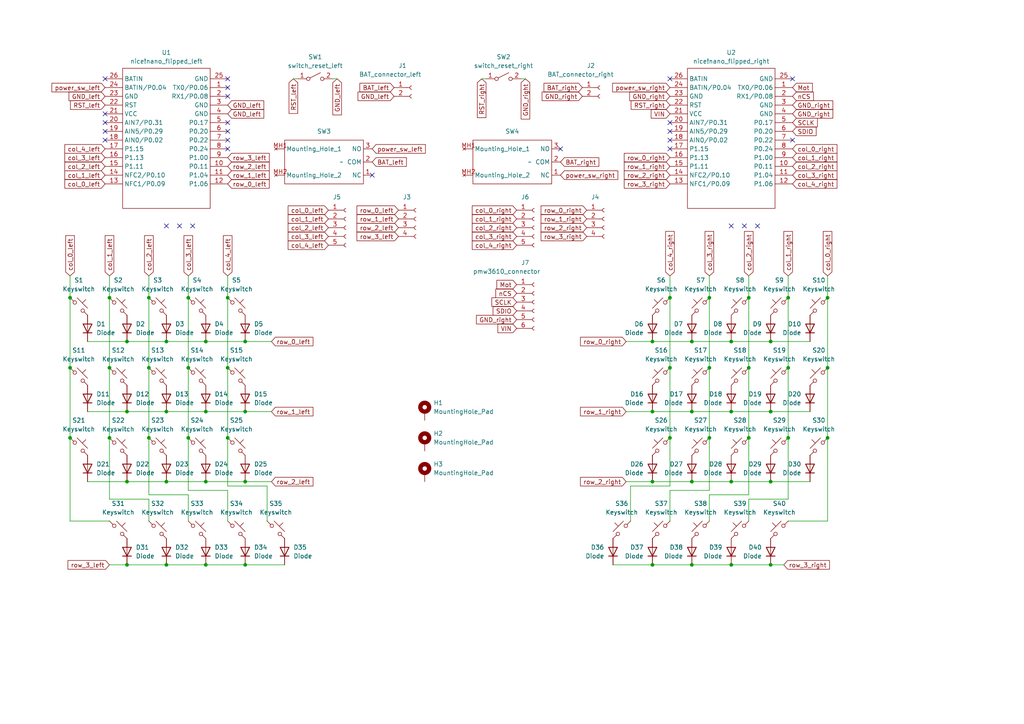
<source format=kicad_sch>
(kicad_sch (version 20230121) (generator eeschema)
  (paper "A4")
  (lib_symbols
    (symbol "Connector:Conn_01x02_Female" (pin_names (offset 1.016) hide)
      (property "Reference" "J" (at 0 2.54 0))
      (property "Value" "Conn_01x02_Female" (at 0 -5.08 0))
      (symbol "Conn_01x02_Female_1_1"
        (arc (start 0 -2.032) (mid -0.5058 -2.54) (end 0 -3.048) (stroke (width 0.1524)))
        (polyline (pts (xy -1.27 -2.54) (xy -0.508 -2.54)) (stroke (width 0.1524)))
        (polyline (pts (xy -1.27 0) (xy -0.508 0)) (stroke (width 0.1524)))
        (arc (start 0 0.508) (mid -0.5058 0) (end 0 -0.508) (stroke (width 0.1524)))
        (pin passive line (at -5.08 0 0) (length 3.81) (name "Pin_1") (number "1"))
        (pin passive line (at -5.08 -2.54 0) (length 3.81) (name "Pin_2") (number "2"))
      )
    )
    (symbol "Connector:Conn_01x04_Socket" (pin_names (offset 1.016) hide)
      (property "Reference" "J" (at 0 5.08 0))
      (property "Value" "Conn_01x04_Socket" (at 0 -7.62 0))
      (symbol "Conn_01x04_Socket_1_1"
        (arc (start 0 -4.572) (mid -0.5058 -5.08) (end 0 -5.588) (stroke (width 0.1524)))
        (arc (start 0 -2.032) (mid -0.5058 -2.54) (end 0 -3.048) (stroke (width 0.1524)))
        (polyline (pts (xy -1.27 -5.08) (xy -0.508 -5.08)) (stroke (width 0.1524)))
        (polyline (pts (xy -1.27 -2.54) (xy -0.508 -2.54)) (stroke (width 0.1524)))
        (polyline (pts (xy -1.27 0) (xy -0.508 0)) (stroke (width 0.1524)))
        (polyline (pts (xy -1.27 2.54) (xy -0.508 2.54)) (stroke (width 0.1524)))
        (arc (start 0 0.508) (mid -0.5058 0) (end 0 -0.508) (stroke (width 0.1524)))
        (arc (start 0 3.048) (mid -0.5058 2.54) (end 0 2.032) (stroke (width 0.1524)))
        (pin passive line (at -5.08 2.54 0) (length 3.81) (name "Pin_1") (number "1"))
        (pin passive line (at -5.08 0 0) (length 3.81) (name "Pin_2") (number "2"))
        (pin passive line (at -5.08 -2.54 0) (length 3.81) (name "Pin_3") (number "3"))
        (pin passive line (at -5.08 -5.08 0) (length 3.81) (name "Pin_4") (number "4"))
      )
    )
    (symbol "Connector:Conn_01x05_Female" (pin_names (offset 1.016) hide)
      (property "Reference" "J" (at 0 7.62 0))
      (property "Value" "Conn_01x05_Female" (at 0 -7.62 0))
      (symbol "Conn_01x05_Female_1_1"
        (arc (start 0 -4.572) (mid -0.5058 -5.08) (end 0 -5.588) (stroke (width 0.1524)))
        (arc (start 0 -2.032) (mid -0.5058 -2.54) (end 0 -3.048) (stroke (width 0.1524)))
        (polyline (pts (xy -1.27 -5.08) (xy -0.508 -5.08)) (stroke (width 0.1524)))
        (polyline (pts (xy -1.27 -2.54) (xy -0.508 -2.54)) (stroke (width 0.1524)))
        (polyline (pts (xy -1.27 0) (xy -0.508 0)) (stroke (width 0.1524)))
        (polyline (pts (xy -1.27 2.54) (xy -0.508 2.54)) (stroke (width 0.1524)))
        (polyline (pts (xy -1.27 5.08) (xy -0.508 5.08)) (stroke (width 0.1524)))
        (arc (start 0 0.508) (mid -0.5058 0) (end 0 -0.508) (stroke (width 0.1524)))
        (arc (start 0 3.048) (mid -0.5058 2.54) (end 0 2.032) (stroke (width 0.1524)))
        (arc (start 0 5.588) (mid -0.5058 5.08) (end 0 4.572) (stroke (width 0.1524)))
        (pin passive line (at -5.08 5.08 0) (length 3.81) (name "Pin_1") (number "1"))
        (pin passive line (at -5.08 2.54 0) (length 3.81) (name "Pin_2") (number "2"))
        (pin passive line (at -5.08 0 0) (length 3.81) (name "Pin_3") (number "3"))
        (pin passive line (at -5.08 -2.54 0) (length 3.81) (name "Pin_4") (number "4"))
        (pin passive line (at -5.08 -5.08 0) (length 3.81) (name "Pin_5") (number "5"))
      )
    )
    (symbol "Connector:Conn_01x06_Socket" (pin_names (offset 1.016) hide)
      (property "Reference" "J" (at 0 7.62 0))
      (property "Value" "Conn_01x06_Socket" (at 0 -10.16 0))
      (symbol "Conn_01x06_Socket_1_1"
        (arc (start 0 -7.112) (mid -0.5058 -7.62) (end 0 -8.128) (stroke (width 0.1524)))
        (arc (start 0 -4.572) (mid -0.5058 -5.08) (end 0 -5.588) (stroke (width 0.1524)))
        (arc (start 0 -2.032) (mid -0.5058 -2.54) (end 0 -3.048) (stroke (width 0.1524)))
        (polyline (pts (xy -1.27 -7.62) (xy -0.508 -7.62)) (stroke (width 0.1524)))
        (polyline (pts (xy -1.27 -5.08) (xy -0.508 -5.08)) (stroke (width 0.1524)))
        (polyline (pts (xy -1.27 -2.54) (xy -0.508 -2.54)) (stroke (width 0.1524)))
        (polyline (pts (xy -1.27 0) (xy -0.508 0)) (stroke (width 0.1524)))
        (polyline (pts (xy -1.27 2.54) (xy -0.508 2.54)) (stroke (width 0.1524)))
        (polyline (pts (xy -1.27 5.08) (xy -0.508 5.08)) (stroke (width 0.1524)))
        (arc (start 0 0.508) (mid -0.5058 0) (end 0 -0.508) (stroke (width 0.1524)))
        (arc (start 0 3.048) (mid -0.5058 2.54) (end 0 2.032) (stroke (width 0.1524)))
        (arc (start 0 5.588) (mid -0.5058 5.08) (end 0 4.572) (stroke (width 0.1524)))
        (pin passive line (at -5.08 5.08 0) (length 3.81) (name "Pin_1") (number "1"))
        (pin passive line (at -5.08 2.54 0) (length 3.81) (name "Pin_2") (number "2"))
        (pin passive line (at -5.08 0 0) (length 3.81) (name "Pin_3") (number "3"))
        (pin passive line (at -5.08 -2.54 0) (length 3.81) (name "Pin_4") (number "4"))
        (pin passive line (at -5.08 -5.08 0) (length 3.81) (name "Pin_5") (number "5"))
        (pin passive line (at -5.08 -7.62 0) (length 3.81) (name "Pin_6") (number "6"))
      )
    )
    (symbol "Mechanical:MountingHole_Pad" (pin_numbers hide) (pin_names (offset 1.016) hide)
      (property "Reference" "H" (at 0 6.35 0))
      (property "Value" "MountingHole_Pad" (at 0 4.445 0))
      (symbol "MountingHole_Pad_0_1"
        (circle (center 0 1.27) (radius 1.27) (stroke (width 1.27)))
      )
      (symbol "MountingHole_Pad_1_1"
        (pin input line (at 0 -2.54 90) (length 2.54) (name "1") (number "1"))
      )
    )
    (symbol "Scottokeeb:Placeholder_Diode" (pin_numbers hide) (pin_names hide)
      (property "Reference" "D" (at 0 2.54 0))
      (property "Value" "Diode" (at 0 -2.54 0))
      (symbol "Placeholder_Diode_0_1"
        (polyline (pts (xy -1.27 1.27) (xy -1.27 -1.27)) (stroke (width 0.254)))
        (polyline (pts (xy 1.27 0) (xy -1.27 0)))
        (polyline (pts (xy 1.27 1.27) (xy 1.27 -1.27) (xy -1.27 0) (xy 1.27 1.27)) (stroke (width 0.254)))
      )
      (symbol "Placeholder_Diode_1_1"
        (pin passive line (at -3.81 0 0) (length 2.54) (name "K") (number "1"))
        (pin passive line (at 3.81 0 180) (length 2.54) (name "A") (number "2"))
      )
    )
    (symbol "Scottokeeb:Placeholder_Keyswitch" (pin_numbers hide) (pin_names (offset 1.016) hide)
      (property "Reference" "S" (at 3.048 1.016 0))
      (property "Value" "Keyswitch" (at 0 -3.81 0))
      (symbol "Placeholder_Keyswitch_0_1"
        (circle (center -1.1684 1.1684) (radius 0.508))
        (polyline (pts (xy -0.508 2.54) (xy 2.54 -0.508)))
        (polyline (pts (xy 1.016 1.016) (xy 2.032 2.032)))
        (polyline (pts (xy -2.54 2.54) (xy -1.524 1.524) (xy -1.524 1.524)))
        (polyline (pts (xy 1.524 -1.524) (xy 2.54 -2.54) (xy 2.54 -2.54) (xy 2.54 -2.54)))
        (circle (center 1.143 -1.1938) (radius 0.508))
        (pin passive line (at -2.54 2.54 0) (length 0) (name "1") (number "1"))
        (pin passive line (at 2.54 -2.54 180) (length 0) (name "2") (number "2"))
      )
    )
    (symbol "Switch:SW_SPST" (pin_names (offset 0) hide)
      (property "Reference" "SW" (at 0 3.175 0))
      (property "Value" "SW_SPST" (at 0 -2.54 0))
      (symbol "SW_SPST_0_0"
        (circle (center -2.032 0) (radius 0.508))
        (polyline (pts (xy -1.524 0.254) (xy 1.524 1.778)))
        (circle (center 2.032 0) (radius 0.508))
      )
      (symbol "SW_SPST_1_1"
        (pin passive line (at -5.08 0 0) (length 2.54) (name "A") (number "1"))
        (pin passive line (at 5.08 0 180) (length 2.54) (name "B") (number "2"))
      )
    )
    (symbol "components:200AWMSP2T2A1M6RE"
      (property "Reference" "SW" (at -1.27 0 0))
      (symbol "200AWMSP2T2A1M6RE_0_1"
        (rectangle (start -11.43 6.35) (end 11.43 -6.35))
      )
      (symbol "200AWMSP2T2A1M6RE_1_1"
        (pin bidirectional line (at 13.97 -3.81 180) (length 2.54) (name "NC") (number "1"))
        (pin bidirectional line (at 13.97 0 180) (length 2.54) (name "COM") (number "2"))
        (pin bidirectional line (at 13.97 3.81 180) (length 2.54) (name "NO") (number "3"))
        (pin no_connect line (at -13.97 3.81 0) (length 2.54) (name "Mounting_Hole_1") (number "MH1"))
        (pin no_connect line (at -13.97 -3.81 0) (length 2.54) (name "Mounting_Hole_2") (number "MH2"))
      )
    )
    (symbol "components:Pro_Micro_nRF52840_flip"
      (property "Reference" "U" (at 0 24.638 0))
      (property "Value" "Pro_Micro_nRF58240_flip" (at 0 22.352 0))
      (symbol "Pro_Micro_nRF52840_flip_0_1"
        (rectangle (start -12.7 -19.812) (end 12.7 20.828))
      )
      (symbol "Pro_Micro_nRF52840_flip_1_1"
        (pin input line (at 17.78 15.24 180) (length 5.08) (name "TX0/P0.06") (number "1"))
        (pin input line (at 17.78 -7.62 180) (length 5.08) (name "P0.11") (number "10"))
        (pin input line (at 17.78 -10.16 180) (length 5.08) (name "P1.04") (number "11"))
        (pin input line (at 17.78 -12.7 180) (length 5.08) (name "P1.06") (number "12"))
        (pin input line (at -17.78 -12.7 0) (length 5.08) (name "NFC1/P0.09") (number "13"))
        (pin input line (at -17.78 -10.16 0) (length 5.08) (name "NFC2/P0.10") (number "14"))
        (pin input line (at -17.78 -7.62 0) (length 5.08) (name "P1.11") (number "15"))
        (pin input line (at -17.78 -5.08 0) (length 5.08) (name "P1.13") (number "16"))
        (pin input line (at -17.78 -2.54 0) (length 5.08) (name "P1.15") (number "17"))
        (pin input line (at -17.78 0 0) (length 5.08) (name "AIN0/P0.02") (number "18"))
        (pin input line (at -17.78 2.54 0) (length 5.08) (name "AIN5/P0.29") (number "19"))
        (pin bidirectional line (at 17.78 12.7 180) (length 5.08) (name "RX1/P0.08") (number "2"))
        (pin input line (at -17.78 5.08 0) (length 5.08) (name "AIN7/P0.31") (number "20"))
        (pin power_out line (at -17.78 7.62 0) (length 5.08) (name "VCC") (number "21"))
        (pin input line (at -17.78 10.16 0) (length 5.08) (name "RST") (number "22"))
        (pin input line (at -17.78 12.7 0) (length 5.08) (name "GND") (number "23"))
        (pin power_in line (at -17.78 15.24 0) (length 5.08) (name "BATIN/P0.04") (number "24"))
        (pin input line (at 17.78 17.78 180) (length 5.08) (name "GND") (number "25"))
        (pin power_in line (at -17.78 17.78 0) (length 5.08) (name "BATIN") (number "26"))
        (pin input line (at 17.78 10.16 180) (length 5.08) (name "GND") (number "3"))
        (pin input line (at 7.62 -24.892 90) (length 5.08) hide (name "P1.01") (number "31"))
        (pin input line (at 3.81 -24.892 90) (length 5.08) hide (name "P1.02") (number "32"))
        (pin input line (at 0 -24.892 90) (length 5.08) hide (name "P1.07") (number "33"))
        (pin input line (at 17.78 7.62 180) (length 5.08) (name "GND") (number "4"))
        (pin input line (at 17.78 5.08 180) (length 5.08) (name "P0.17") (number "5"))
        (pin input line (at 17.78 2.54 180) (length 5.08) (name "P0.20") (number "6"))
        (pin input line (at 17.78 0 180) (length 5.08) (name "P0.22") (number "7"))
        (pin input line (at 17.78 -2.54 180) (length 5.08) (name "P0.24") (number "8"))
        (pin input line (at 17.78 -5.08 180) (length 5.08) (name "P1.00") (number "9"))
      )
    )
  )
  (junction (at 205.74 86.36))
  (junction (at 48.26 99.06))
  (junction (at 223.52 99.06))
  (junction (at 36.83 99.06))
  (junction (at 59.69 163.83))
  (junction (at 200.66 99.06))
  (junction (at 66.04 127))
  (junction (at 54.61 127))
  (junction (at 223.52 119.38))
  (junction (at 54.61 86.36))
  (junction (at 20.32 86.36))
  (junction (at 59.69 99.06))
  (junction (at 194.31 106.68))
  (junction (at 48.26 119.38))
  (junction (at 31.75 106.68))
  (junction (at 228.6 106.68))
  (junction (at 240.03 127))
  (junction (at 54.61 106.68))
  (junction (at 194.31 127))
  (junction (at 240.03 86.36))
  (junction (at 217.17 106.68))
  (junction (at 200.66 163.83))
  (junction (at 71.12 99.06))
  (junction (at 66.04 86.36))
  (junction (at 189.23 119.38))
  (junction (at 36.83 163.83))
  (junction (at 20.32 106.68))
  (junction (at 212.09 99.06))
  (junction (at 228.6 127))
  (junction (at 189.23 139.7))
  (junction (at 36.83 139.7))
  (junction (at 200.66 139.7))
  (junction (at 212.09 163.83))
  (junction (at 212.09 139.7))
  (junction (at 59.69 119.38))
  (junction (at 223.52 139.7))
  (junction (at 43.18 86.36))
  (junction (at 31.75 127))
  (junction (at 20.32 127))
  (junction (at 217.17 127))
  (junction (at 205.74 106.68))
  (junction (at 71.12 163.83))
  (junction (at 71.12 139.7))
  (junction (at 59.69 139.7))
  (junction (at 48.26 163.83))
  (junction (at 200.66 119.38))
  (junction (at 223.52 163.83))
  (junction (at 189.23 163.83))
  (junction (at 48.26 139.7))
  (junction (at 240.03 106.68))
  (junction (at 31.75 86.36))
  (junction (at 36.83 119.38))
  (junction (at 205.74 127))
  (junction (at 71.12 119.38))
  (junction (at 66.04 106.68))
  (junction (at 43.18 106.68))
  (junction (at 189.23 99.06))
  (junction (at 217.17 86.36))
  (junction (at 212.09 119.38))
  (junction (at 43.18 127))
  (junction (at 194.31 86.36))
  (junction (at 228.6 86.36))
  (no_connect (at 66.04 22.86))
  (no_connect (at 66.04 40.64))
  (no_connect (at 66.04 38.1))
  (no_connect (at 66.04 27.94))
  (no_connect (at 107.95 50.8))
  (no_connect (at 194.31 35.56))
  (no_connect (at 30.48 35.56))
  (no_connect (at 30.48 38.1))
  (no_connect (at 194.31 22.86))
  (no_connect (at 194.31 40.64))
  (no_connect (at 30.48 40.64))
  (no_connect (at 52.07 65.532))
  (no_connect (at 30.48 33.02))
  (no_connect (at 194.31 43.18))
  (no_connect (at 194.31 38.1))
  (no_connect (at 229.87 40.64))
  (no_connect (at 162.56 43.18))
  (no_connect (at 66.04 25.4))
  (no_connect (at 55.88 65.532))
  (no_connect (at 229.87 22.86))
  (no_connect (at 66.04 35.56))
  (no_connect (at 66.04 43.18))
  (no_connect (at 30.48 22.86))
  (no_connect (at 48.26 65.532))
  (no_connect (at 219.71 65.532))
  (no_connect (at 215.9 65.532))
  (no_connect (at 212.09 65.532))
  (wire (pts (xy 43.18 143.51) (xy 54.61 143.51)))
  (wire (pts (xy 85.09 22.86) (xy 86.36 22.86)))
  (wire (pts (xy 212.09 119.38) (xy 223.52 119.38)))
  (wire (pts (xy 151.13 22.86) (xy 152.4 22.86)))
  (wire (pts (xy 205.74 143.51) (xy 205.74 151.13)))
  (wire (pts (xy 36.83 99.06) (xy 48.26 99.06)))
  (wire (pts (xy 240.03 151.13) (xy 228.6 151.13)))
  (wire (pts (xy 66.04 142.24) (xy 66.04 151.13)))
  (wire (pts (xy 71.12 119.38) (xy 78.74 119.38)))
  (wire (pts (xy 66.04 80.01) (xy 66.04 86.36)))
  (wire (pts (xy 31.75 163.83) (xy 36.83 163.83)))
  (wire (pts (xy 25.4 99.06) (xy 36.83 99.06)))
  (wire (pts (xy 228.6 106.68) (xy 228.6 127)))
  (wire (pts (xy 223.52 119.38) (xy 234.95 119.38)))
  (wire (pts (xy 20.32 127) (xy 20.32 151.13)))
  (wire (pts (xy 139.7 22.86) (xy 140.97 22.86)))
  (wire (pts (xy 194.31 86.36) (xy 194.31 106.68)))
  (wire (pts (xy 71.12 139.7) (xy 78.74 139.7)))
  (wire (pts (xy 31.75 127) (xy 31.75 144.78)))
  (wire (pts (xy 36.83 139.7) (xy 48.26 139.7)))
  (wire (pts (xy 71.12 163.83) (xy 82.55 163.83)))
  (wire (pts (xy 66.04 86.36) (xy 66.04 106.68)))
  (wire (pts (xy 36.83 163.83) (xy 48.26 163.83)))
  (wire (pts (xy 240.03 127) (xy 240.03 151.13)))
  (wire (pts (xy 240.03 106.68) (xy 240.03 127)))
  (wire (pts (xy 217.17 127) (xy 217.17 143.51)))
  (wire (pts (xy 71.12 99.06) (xy 78.74 99.06)))
  (wire (pts (xy 59.69 139.7) (xy 71.12 139.7)))
  (wire (pts (xy 205.74 80.01) (xy 205.74 86.36)))
  (wire (pts (xy 54.61 106.68) (xy 54.61 127)))
  (wire (pts (xy 43.18 80.01) (xy 43.18 86.36)))
  (wire (pts (xy 223.52 163.83) (xy 227.33 163.83)))
  (wire (pts (xy 228.6 86.36) (xy 228.6 106.68)))
  (wire (pts (xy 182.88 140.97) (xy 182.88 151.13)))
  (wire (pts (xy 212.09 139.7) (xy 223.52 139.7)))
  (wire (pts (xy 200.66 119.38) (xy 212.09 119.38)))
  (wire (pts (xy 240.03 80.01) (xy 240.03 86.36)))
  (wire (pts (xy 54.61 127) (xy 54.61 142.24)))
  (wire (pts (xy 54.61 143.51) (xy 54.61 151.13)))
  (wire (pts (xy 54.61 86.36) (xy 54.61 106.68)))
  (wire (pts (xy 200.66 139.7) (xy 212.09 139.7)))
  (wire (pts (xy 43.18 86.36) (xy 43.18 106.68)))
  (wire (pts (xy 228.6 144.78) (xy 217.17 144.78)))
  (wire (pts (xy 31.75 80.01) (xy 31.75 86.36)))
  (wire (pts (xy 54.61 142.24) (xy 66.04 142.24)))
  (wire (pts (xy 194.31 142.24) (xy 194.31 151.13)))
  (wire (pts (xy 66.04 140.97) (xy 77.47 140.97)))
  (wire (pts (xy 48.26 139.7) (xy 59.69 139.7)))
  (wire (pts (xy 54.61 80.01) (xy 54.61 86.36)))
  (wire (pts (xy 217.17 106.68) (xy 217.17 127)))
  (wire (pts (xy 59.69 119.38) (xy 71.12 119.38)))
  (wire (pts (xy 217.17 143.51) (xy 205.74 143.51)))
  (wire (pts (xy 25.4 119.38) (xy 36.83 119.38)))
  (wire (pts (xy 240.03 86.36) (xy 240.03 106.68)))
  (wire (pts (xy 181.61 99.06) (xy 189.23 99.06)))
  (wire (pts (xy 181.61 119.38) (xy 189.23 119.38)))
  (wire (pts (xy 77.47 140.97) (xy 77.47 151.13)))
  (wire (pts (xy 217.17 144.78) (xy 217.17 151.13)))
  (wire (pts (xy 189.23 139.7) (xy 200.66 139.7)))
  (wire (pts (xy 194.31 127) (xy 194.31 140.97)))
  (wire (pts (xy 31.75 86.36) (xy 31.75 106.68)))
  (wire (pts (xy 66.04 127) (xy 66.04 140.97)))
  (wire (pts (xy 48.26 119.38) (xy 59.69 119.38)))
  (wire (pts (xy 189.23 99.06) (xy 200.66 99.06)))
  (wire (pts (xy 20.32 106.68) (xy 20.32 127)))
  (wire (pts (xy 212.09 163.83) (xy 223.52 163.83)))
  (wire (pts (xy 194.31 80.01) (xy 194.31 86.36)))
  (wire (pts (xy 228.6 127) (xy 228.6 144.78)))
  (wire (pts (xy 205.74 127) (xy 205.74 142.24)))
  (wire (pts (xy 59.69 163.83) (xy 71.12 163.83)))
  (wire (pts (xy 48.26 99.06) (xy 59.69 99.06)))
  (wire (pts (xy 20.32 151.13) (xy 31.75 151.13)))
  (wire (pts (xy 31.75 144.78) (xy 43.18 144.78)))
  (wire (pts (xy 217.17 86.36) (xy 217.17 106.68)))
  (wire (pts (xy 177.8 163.83) (xy 189.23 163.83)))
  (wire (pts (xy 194.31 106.68) (xy 194.31 127)))
  (wire (pts (xy 205.74 86.36) (xy 205.74 106.68)))
  (wire (pts (xy 20.32 86.36) (xy 20.32 106.68)))
  (wire (pts (xy 48.26 163.83) (xy 59.69 163.83)))
  (wire (pts (xy 36.83 119.38) (xy 48.26 119.38)))
  (wire (pts (xy 189.23 163.83) (xy 200.66 163.83)))
  (wire (pts (xy 200.66 163.83) (xy 212.09 163.83)))
  (wire (pts (xy 205.74 106.68) (xy 205.74 127)))
  (wire (pts (xy 228.6 80.01) (xy 228.6 86.36)))
  (wire (pts (xy 59.69 99.06) (xy 71.12 99.06)))
  (wire (pts (xy 223.52 99.06) (xy 234.95 99.06)))
  (wire (pts (xy 223.52 139.7) (xy 234.95 139.7)))
  (wire (pts (xy 181.61 139.7) (xy 189.23 139.7)))
  (wire (pts (xy 200.66 99.06) (xy 212.09 99.06)))
  (wire (pts (xy 43.18 106.68) (xy 43.18 127)))
  (wire (pts (xy 205.74 142.24) (xy 194.31 142.24)))
  (wire (pts (xy 43.18 127) (xy 43.18 143.51)))
  (wire (pts (xy 96.52 22.86) (xy 97.79 22.86)))
  (wire (pts (xy 194.31 140.97) (xy 182.88 140.97)))
  (wire (pts (xy 43.18 144.78) (xy 43.18 151.13)))
  (wire (pts (xy 25.4 139.7) (xy 36.83 139.7)))
  (wire (pts (xy 66.04 106.68) (xy 66.04 127)))
  (wire (pts (xy 189.23 119.38) (xy 200.66 119.38)))
  (wire (pts (xy 212.09 99.06) (xy 223.52 99.06)))
  (wire (pts (xy 31.75 106.68) (xy 31.75 127)))
  (wire (pts (xy 20.32 80.01) (xy 20.32 86.36)))
  (wire (pts (xy 217.17 80.01) (xy 217.17 86.36)))
  (global_label "row_1_right" (shape input) (at 170.18 63.5 180) (property "Intersheetrefs" "${INTERSHEET_REFS}" (effects hide)))
  (global_label "RST_right" (shape input) (at 139.7 22.86 270) (property "Intersheetrefs" "${INTERSHEET_REFS}" (effects hide)))
  (global_label "row_1_right" (shape input) (at 181.61 119.38 180) (property "Intersheetrefs" "${INTERSHEET_REFS}" (effects hide)))
  (global_label "SCLK" (shape input) (at 229.87 35.56 0) (property "Intersheetrefs" "${INTERSHEET_REFS}" (effects hide)))
  (global_label "row_3_right" (shape input) (at 170.18 68.58 180) (property "Intersheetrefs" "${INTERSHEET_REFS}" (effects hide)))
  (global_label "GND_left" (shape input) (at 30.48 27.94 180) (property "Intersheetrefs" "${INTERSHEET_REFS}" (effects hide)))
  (global_label "Mot" (shape input) (at 229.87 25.4 0) (property "Intersheetrefs" "${INTERSHEET_REFS}" (effects hide)))
  (global_label "GND_left" (shape input) (at 97.79 22.86 270) (property "Intersheetrefs" "${INTERSHEET_REFS}" (effects hide)))
  (global_label "VIN" (shape input) (at 194.31 33.02 180) (property "Intersheetrefs" "${INTERSHEET_REFS}" (effects hide)))
  (global_label "col_3_left" (shape input) (at 95.25 68.58 180) (property "Intersheetrefs" "${INTERSHEET_REFS}" (effects hide)))
  (global_label "col_0_right" (shape input) (at 240.03 80.01 90) (property "Intersheetrefs" "${INTERSHEET_REFS}" (effects hide)))
  (global_label "col_2_left" (shape input) (at 95.25 66.04 180) (property "Intersheetrefs" "${INTERSHEET_REFS}" (effects hide)))
  (global_label "power_sw_left" (shape input) (at 107.95 43.18 0) (property "Intersheetrefs" "${INTERSHEET_REFS}" (effects hide)))
  (global_label "col_2_right" (shape input) (at 229.87 48.26 0) (property "Intersheetrefs" "${INTERSHEET_REFS}" (effects hide)))
  (global_label "col_0_right" (shape input) (at 229.87 43.18 0) (property "Intersheetrefs" "${INTERSHEET_REFS}" (effects hide)))
  (global_label "col_4_left" (shape input) (at 66.04 80.01 90) (property "Intersheetrefs" "${INTERSHEET_REFS}" (effects hide)))
  (global_label "row_3_left" (shape input) (at 115.57 68.58 180) (property "Intersheetrefs" "${INTERSHEET_REFS}" (effects hide)))
  (global_label "col_4_right" (shape input) (at 194.31 80.01 90) (property "Intersheetrefs" "${INTERSHEET_REFS}" (effects hide)))
  (global_label "col_4_right" (shape input) (at 149.86 71.12 180) (property "Intersheetrefs" "${INTERSHEET_REFS}" (effects hide)))
  (global_label "col_0_left" (shape input) (at 30.48 53.34 180) (property "Intersheetrefs" "${INTERSHEET_REFS}" (effects hide)))
  (global_label "row_1_left" (shape input) (at 66.04 50.8 0) (property "Intersheetrefs" "${INTERSHEET_REFS}" (effects hide)))
  (global_label "row_3_right" (shape input) (at 227.33 163.83 0) (property "Intersheetrefs" "${INTERSHEET_REFS}" (effects hide)))
  (global_label "col_0_left" (shape input) (at 95.25 60.96 180) (property "Intersheetrefs" "${INTERSHEET_REFS}" (effects hide)))
  (global_label "row_1_left" (shape input) (at 115.57 63.5 180) (property "Intersheetrefs" "${INTERSHEET_REFS}" (effects hide)))
  (global_label "GND_right" (shape input) (at 229.87 33.02 0) (property "Intersheetrefs" "${INTERSHEET_REFS}" (effects hide)))
  (global_label "col_4_left" (shape input) (at 95.25 71.12 180) (property "Intersheetrefs" "${INTERSHEET_REFS}" (effects hide)))
  (global_label "col_3_right" (shape input) (at 149.86 68.58 180) (property "Intersheetrefs" "${INTERSHEET_REFS}" (effects hide)))
  (global_label "col_3_left" (shape input) (at 30.48 45.72 180) (property "Intersheetrefs" "${INTERSHEET_REFS}" (effects hide)))
  (global_label "SDIO" (shape input) (at 149.86 90.17 180) (property "Intersheetrefs" "${INTERSHEET_REFS}" (effects hide)))
  (global_label "nCS" (shape input) (at 229.87 27.94 0) (property "Intersheetrefs" "${INTERSHEET_REFS}" (effects hide)))
  (global_label "col_0_right" (shape input) (at 149.86 60.96 180) (property "Intersheetrefs" "${INTERSHEET_REFS}" (effects hide)))
  (global_label "row_0_right" (shape input) (at 170.18 60.96 180) (property "Intersheetrefs" "${INTERSHEET_REFS}" (effects hide)))
  (global_label "GND_left" (shape input) (at 66.04 33.02 0) (property "Intersheetrefs" "${INTERSHEET_REFS}" (effects hide)))
  (global_label "power_sw_left" (shape input) (at 30.48 25.4 180) (property "Intersheetrefs" "${INTERSHEET_REFS}" (effects hide)))
  (global_label "GND_right" (shape input) (at 149.86 92.71 180) (property "Intersheetrefs" "${INTERSHEET_REFS}" (effects hide)))
  (global_label "SCLK" (shape input) (at 149.86 87.63 180) (property "Intersheetrefs" "${INTERSHEET_REFS}" (effects hide)))
  (global_label "col_1_right" (shape input) (at 229.87 45.72 0) (property "Intersheetrefs" "${INTERSHEET_REFS}" (effects hide)))
  (global_label "row_0_right" (shape input) (at 194.31 45.72 180) (property "Intersheetrefs" "${INTERSHEET_REFS}" (effects hide)))
  (global_label "row_0_left" (shape input) (at 66.04 53.34 0) (property "Intersheetrefs" "${INTERSHEET_REFS}" (effects hide)))
  (global_label "col_1_right" (shape input) (at 228.6 80.01 90) (property "Intersheetrefs" "${INTERSHEET_REFS}" (effects hide)))
  (global_label "col_4_left" (shape input) (at 30.48 43.18 180) (property "Intersheetrefs" "${INTERSHEET_REFS}" (effects hide)))
  (global_label "col_3_right" (shape input) (at 205.74 80.01 90) (property "Intersheetrefs" "${INTERSHEET_REFS}" (effects hide)))
  (global_label "VIN" (shape input) (at 149.86 95.25 180) (property "Intersheetrefs" "${INTERSHEET_REFS}" (effects hide)))
  (global_label "row_1_right" (shape input) (at 194.31 48.26 180) (property "Intersheetrefs" "${INTERSHEET_REFS}" (effects hide)))
  (global_label "Mot" (shape input) (at 149.86 82.55 180) (property "Intersheetrefs" "${INTERSHEET_REFS}" (effects hide)))
  (global_label "row_0_right" (shape input) (at 181.61 99.06 180) (property "Intersheetrefs" "${INTERSHEET_REFS}" (effects hide)))
  (global_label "GND_right" (shape input) (at 168.91 27.94 180) (property "Intersheetrefs" "${INTERSHEET_REFS}" (effects hide)))
  (global_label "row_3_left" (shape input) (at 31.75 163.83 180) (property "Intersheetrefs" "${INTERSHEET_REFS}" (effects hide)))
  (global_label "BAT_right" (shape input) (at 168.91 25.4 180) (property "Intersheetrefs" "${INTERSHEET_REFS}" (effects hide)))
  (global_label "col_3_right" (shape input) (at 229.87 50.8 0) (property "Intersheetrefs" "${INTERSHEET_REFS}" (effects hide)))
  (global_label "row_2_left" (shape input) (at 66.04 48.26 0) (property "Intersheetrefs" "${INTERSHEET_REFS}" (effects hide)))
  (global_label "GND_right" (shape input) (at 194.31 27.94 180) (property "Intersheetrefs" "${INTERSHEET_REFS}" (effects hide)))
  (global_label "col_0_left" (shape input) (at 20.32 80.01 90) (property "Intersheetrefs" "${INTERSHEET_REFS}" (effects hide)))
  (global_label "row_2_right" (shape input) (at 170.18 66.04 180) (property "Intersheetrefs" "${INTERSHEET_REFS}" (effects hide)))
  (global_label "row_2_right" (shape input) (at 194.31 50.8 180) (property "Intersheetrefs" "${INTERSHEET_REFS}" (effects hide)))
  (global_label "row_0_left" (shape input) (at 78.74 99.06 0) (property "Intersheetrefs" "${INTERSHEET_REFS}" (effects hide)))
  (global_label "row_1_left" (shape input) (at 78.74 119.38 0) (property "Intersheetrefs" "${INTERSHEET_REFS}" (effects hide)))
  (global_label "BAT_left" (shape input) (at 114.3 25.4 180) (property "Intersheetrefs" "${INTERSHEET_REFS}" (effects hide)))
  (global_label "col_3_left" (shape input) (at 54.61 80.01 90) (property "Intersheetrefs" "${INTERSHEET_REFS}" (effects hide)))
  (global_label "nCS" (shape input) (at 149.86 85.09 180) (property "Intersheetrefs" "${INTERSHEET_REFS}" (effects hide)))
  (global_label "col_2_right" (shape input) (at 217.17 80.01 90) (property "Intersheetrefs" "${INTERSHEET_REFS}" (effects hide)))
  (global_label "col_1_left" (shape input) (at 95.25 63.5 180) (property "Intersheetrefs" "${INTERSHEET_REFS}" (effects hide)))
  (global_label "GND_left" (shape input) (at 66.04 30.48 0) (property "Intersheetrefs" "${INTERSHEET_REFS}" (effects hide)))
  (global_label "power_sw_right" (shape input) (at 194.31 25.4 180) (property "Intersheetrefs" "${INTERSHEET_REFS}" (effects hide)))
  (global_label "GND_left" (shape input) (at 114.3 27.94 180) (property "Intersheetrefs" "${INTERSHEET_REFS}" (effects hide)))
  (global_label "BAT_right" (shape input) (at 162.56 46.99 0) (property "Intersheetrefs" "${INTERSHEET_REFS}" (effects hide)))
  (global_label "row_3_right" (shape input) (at 194.31 53.34 180) (property "Intersheetrefs" "${INTERSHEET_REFS}" (effects hide)))
  (global_label "col_4_right" (shape input) (at 229.87 53.34 0) (property "Intersheetrefs" "${INTERSHEET_REFS}" (effects hide)))
  (global_label "RST_left" (shape input) (at 30.48 30.48 180) (property "Intersheetrefs" "${INTERSHEET_REFS}" (effects hide)))
  (global_label "col_2_left" (shape input) (at 30.48 48.26 180) (property "Intersheetrefs" "${INTERSHEET_REFS}" (effects hide)))
  (global_label "GND_right" (shape input) (at 229.87 30.48 0) (property "Intersheetrefs" "${INTERSHEET_REFS}" (effects hide)))
  (global_label "row_0_left" (shape input) (at 115.57 60.96 180) (property "Intersheetrefs" "${INTERSHEET_REFS}" (effects hide)))
  (global_label "RST_right" (shape input) (at 194.31 30.48 180) (property "Intersheetrefs" "${INTERSHEET_REFS}" (effects hide)))
  (global_label "col_1_left" (shape input) (at 31.75 80.01 90) (property "Intersheetrefs" "${INTERSHEET_REFS}" (effects hide)))
  (global_label "col_1_right" (shape input) (at 149.86 63.5 180) (property "Intersheetrefs" "${INTERSHEET_REFS}" (effects hide)))
  (global_label "col_1_left" (shape input) (at 30.48 50.8 180) (property "Intersheetrefs" "${INTERSHEET_REFS}" (effects hide)))
  (global_label "col_2_right" (shape input) (at 149.86 66.04 180) (property "Intersheetrefs" "${INTERSHEET_REFS}" (effects hide)))
  (global_label "GND_right" (shape input) (at 152.4 22.86 270) (property "Intersheetrefs" "${INTERSHEET_REFS}" (effects hide)))
  (global_label "SDIO" (shape input) (at 229.87 38.1 0) (property "Intersheetrefs" "${INTERSHEET_REFS}" (effects hide)))
  (global_label "RST_left" (shape input) (at 85.09 22.86 270) (property "Intersheetrefs" "${INTERSHEET_REFS}" (effects hide)))
  (global_label "row_2_left" (shape input) (at 115.57 66.04 180) (property "Intersheetrefs" "${INTERSHEET_REFS}" (effects hide)))
  (global_label "row_3_left" (shape input) (at 66.04 45.72 0) (property "Intersheetrefs" "${INTERSHEET_REFS}" (effects hide)))
  (global_label "power_sw_right" (shape input) (at 162.56 50.8 0) (property "Intersheetrefs" "${INTERSHEET_REFS}" (effects hide)))
  (global_label "row_2_right" (shape input) (at 181.61 139.7 180) (property "Intersheetrefs" "${INTERSHEET_REFS}" (effects hide)))
  (global_label "row_2_left" (shape input) (at 78.74 139.7 0) (property "Intersheetrefs" "${INTERSHEET_REFS}" (effects hide)))
  (global_label "BAT_left" (shape input) (at 107.95 46.99 0) (property "Intersheetrefs" "${INTERSHEET_REFS}" (effects hide)))
  (global_label "col_2_left" (shape input) (at 43.18 80.01 90) (property "Intersheetrefs" "${INTERSHEET_REFS}" (effects hide)))
  (symbol (lib_id "Scottokeeb:Placeholder_Diode") (at 212.09 115.57 270) (mirror x) (unit 1)
    (property "Reference" "D18" (at 209.55 114.3 90) (effects (justify right)))
    (property "Value" "Diode" (at 209.55 116.84 90) (effects (justify right)))
    (property "Sim.Device" "D" (effects hide))
    (property "Sim.Pins" "1=K 2=A" (effects hide))
  )
  (symbol (lib_id "Scottokeeb:Placeholder_Keyswitch") (at 68.58 109.22 0) (unit 1)
    (property "Reference" "S15" (at 68.58 101.6 0))
    (property "Value" "Keyswitch" (at 68.58 104.14 0))
  )
  (symbol (lib_id "Scottokeeb:Placeholder_Diode") (at 48.26 160.02 90) (unit 1)
    (property "Reference" "D32" (at 50.8 158.75 90) (effects (justify right)))
    (property "Value" "Diode" (at 50.8 161.29 90) (effects (justify right)))
    (property "Sim.Device" "D" (effects hide))
    (property "Sim.Pins" "1=K 2=A" (effects hide))
  )
  (symbol (lib_id "Scottokeeb:Placeholder_Diode") (at 200.66 95.25 270) (mirror x) (unit 1)
    (property "Reference" "D7" (at 198.12 93.98 90) (effects (justify right)))
    (property "Value" "Diode" (at 198.12 96.52 90) (effects (justify right)))
    (property "Sim.Device" "D" (effects hide))
    (property "Sim.Pins" "1=K 2=A" (effects hide))
  )
  (symbol (lib_id "Connector:Conn_01x02_Female") (at 173.99 25.4 0) (unit 1)
    (property "Reference" "J2" (at 170.18 19.05 0) (effects (justify left)))
    (property "Value" "BAT_connector_right" (at 158.75 21.59 0) (effects (justify left)))
    (property "Footprint" "custom_components:JST_XH_2.54mm_vertical" (effects hide))
  )
  (symbol (lib_id "Scottokeeb:Placeholder_Keyswitch") (at 34.29 153.67 0) (unit 1)
    (property "Reference" "S31" (at 34.29 146.05 0))
    (property "Value" "Keyswitch" (at 34.29 148.59 0))
  )
  (symbol (lib_id "Scottokeeb:Placeholder_Keyswitch") (at 57.15 153.67 0) (unit 1)
    (property "Reference" "S33" (at 57.15 146.05 0))
    (property "Value" "Keyswitch" (at 57.15 148.59 0))
  )
  (symbol (lib_id "Scottokeeb:Placeholder_Keyswitch") (at 226.06 153.67 0) (mirror y) (unit 1)
    (property "Reference" "S40" (at 226.06 146.05 0))
    (property "Value" "Keyswitch" (at 226.06 148.59 0))
  )
  (symbol (lib_id "Connector:Conn_01x02_Female") (at 119.38 25.4 0) (unit 1)
    (property "Reference" "J1" (at 115.57 19.05 0) (effects (justify left)))
    (property "Value" "BAT_connector_left" (at 104.14 21.59 0) (effects (justify left)))
    (property "Footprint" "custom_components:JST_XH_2.54mm_vertical" (effects hide))
  )
  (symbol (lib_id "components:200AWMSP2T2A1M6RE") (at 148.59 46.99 0) (unit 1)
    (property "Reference" "SW4" (at 148.59 38.1 0))
    (property "Value" "~" (at 153.67 46.99 0))
    (property "Footprint" "custom_components:200AWMSP2T2A1M6RE" (effects hide))
  )
  (symbol (lib_id "Scottokeeb:Placeholder_Diode") (at 59.69 135.89 90) (unit 1)
    (property "Reference" "D24" (at 62.23 134.62 90) (effects (justify right)))
    (property "Value" "Diode" (at 62.23 137.16 90) (effects (justify right)))
    (property "Sim.Device" "D" (effects hide))
    (property "Sim.Pins" "1=K 2=A" (effects hide))
  )
  (symbol (lib_id "Scottokeeb:Placeholder_Diode") (at 234.95 115.57 270) (mirror x) (unit 1)
    (property "Reference" "D20" (at 232.41 114.3 90) (effects (justify right)))
    (property "Value" "Diode" (at 232.41 116.84 90) (effects (justify right)))
    (property "Sim.Device" "D" (effects hide))
    (property "Sim.Pins" "1=K 2=A" (effects hide))
  )
  (symbol (lib_id "Scottokeeb:Placeholder_Keyswitch") (at 214.63 88.9 0) (mirror y) (unit 1)
    (property "Reference" "S8" (at 214.63 81.28 0))
    (property "Value" "Keyswitch" (at 214.63 83.82 0))
  )
  (symbol (lib_id "Connector:Conn_01x05_Female") (at 100.33 66.04 0) (unit 1)
    (property "Reference" "J5" (at 96.52 57.15 0) (effects (justify left)))
    (property "Value" "Ribbon" (effects hide))
    (property "Footprint" "DreaM117er-keebLibrary:PinHeader_1x05_P2.54mm_Vertical" (effects hide))
  )
  (symbol (lib_id "components:200AWMSP2T2A1M6RE") (at 93.98 46.99 0) (unit 1)
    (property "Reference" "SW3" (at 93.98 38.1 0))
    (property "Value" "~" (at 99.06 46.99 0))
    (property "Footprint" "custom_components:200AWMSP2T2A1M6RE" (effects hide))
  )
  (symbol (lib_id "Switch:SW_SPST") (at 146.05 22.86 0) (unit 1)
    (property "Reference" "SW2" (at 146.05 16.51 0))
    (property "Value" "switch_reset_right" (at 146.05 19.05 0))
    (property "Footprint" "Button_Switch_SMD:SW_SPST_CK_RS282G05A3" (effects hide))
  )
  (symbol (lib_id "Scottokeeb:Placeholder_Keyswitch") (at 34.29 129.54 0) (unit 1)
    (property "Reference" "S22" (at 34.29 121.92 0))
    (property "Value" "Keyswitch" (at 34.29 124.46 0))
  )
  (symbol (lib_id "Scottokeeb:Placeholder_Keyswitch") (at 203.2 109.22 0) (mirror y) (unit 1)
    (property "Reference" "S17" (at 203.2 101.6 0))
    (property "Value" "Keyswitch" (at 203.2 104.14 0))
  )
  (symbol (lib_id "components:Pro_Micro_nRF52840_flip") (at 48.26 40.64 0) (unit 1)
    (property "Reference" "U1" (at 48.26 15.24 0))
    (property "Value" "nice!nano_flipped_left" (at 48.26 17.78 0))
    (property "Footprint" "ScottoKeebs_MCU:Arduino_Pro_Micro_Flipped" (effects hide))
    (property "Datasheet" "https://www.nologo.tech/product/otherboard/NRF52840.html" (effects hide))
  )
  (symbol (lib_id "Scottokeeb:Placeholder_Keyswitch") (at 45.72 88.9 0) (unit 1)
    (property "Reference" "S3" (at 45.72 81.28 0))
    (property "Value" "Keyswitch" (at 45.72 83.82 0))
  )
  (symbol (lib_id "Scottokeeb:Placeholder_Diode") (at 234.95 135.89 270) (mirror x) (unit 1)
    (property "Reference" "D30" (at 232.41 134.62 90) (effects (justify right)))
    (property "Value" "Diode" (at 232.41 137.16 90) (effects (justify right)))
    (property "Sim.Device" "D" (effects hide))
    (property "Sim.Pins" "1=K 2=A" (effects hide))
  )
  (symbol (lib_id "Mechanical:MountingHole_Pad") (at 123.19 128.27 0) (unit 1)
    (property "Reference" "H2" (at 125.73 125.73 0) (effects (justify left)))
    (property "Value" "MountingHole_Pad" (at 125.73 128.27 0) (effects (justify left)))
    (property "Footprint" "Panelization:mouse-bite-2mm-slot" (effects hide))
  )
  (symbol (lib_id "Connector:Conn_01x04_Socket") (at 120.65 63.5 0) (unit 1)
    (property "Reference" "J3" (at 116.84 57.15 0) (effects (justify left)))
    (property "Value" "Conn_01x04_Socket" (effects hide))
    (property "Footprint" "DreaM117er-keebLibrary:PinHeader_1x04_P2.54mm_Vertical" (effects hide))
  )
  (symbol (lib_id "Scottokeeb:Placeholder_Keyswitch") (at 180.34 153.67 0) (mirror y) (unit 1)
    (property "Reference" "S36" (at 180.34 146.05 0))
    (property "Value" "Keyswitch" (at 180.34 148.59 0))
  )
  (symbol (lib_id "Scottokeeb:Placeholder_Keyswitch") (at 45.72 129.54 0) (unit 1)
    (property "Reference" "S23" (at 45.72 121.92 0))
    (property "Value" "Keyswitch" (at 45.72 124.46 0))
  )
  (symbol (lib_id "Scottokeeb:Placeholder_Diode") (at 25.4 95.25 90) (unit 1)
    (property "Reference" "D1" (at 27.94 93.98 90) (effects (justify right)))
    (property "Value" "Diode" (at 27.94 96.52 90) (effects (justify right)))
    (property "Sim.Device" "D" (effects hide))
    (property "Sim.Pins" "1=K 2=A" (effects hide))
  )
  (symbol (lib_id "Scottokeeb:Placeholder_Diode") (at 48.26 135.89 90) (unit 1)
    (property "Reference" "D23" (at 50.8 134.62 90) (effects (justify right)))
    (property "Value" "Diode" (at 50.8 137.16 90) (effects (justify right)))
    (property "Sim.Device" "D" (effects hide))
    (property "Sim.Pins" "1=K 2=A" (effects hide))
  )
  (symbol (lib_id "Scottokeeb:Placeholder_Keyswitch") (at 68.58 129.54 0) (unit 1)
    (property "Reference" "S25" (at 68.58 121.92 0))
    (property "Value" "Keyswitch" (at 68.58 124.46 0))
  )
  (symbol (lib_id "Scottokeeb:Placeholder_Keyswitch") (at 22.86 109.22 0) (unit 1)
    (property "Reference" "S11" (at 22.86 101.6 0))
    (property "Value" "Keyswitch" (at 22.86 104.14 0))
  )
  (symbol (lib_id "Scottokeeb:Placeholder_Keyswitch") (at 191.77 88.9 0) (mirror y) (unit 1)
    (property "Reference" "S6" (at 191.77 81.28 0))
    (property "Value" "Keyswitch" (at 191.77 83.82 0))
  )
  (symbol (lib_id "Scottokeeb:Placeholder_Diode") (at 212.09 135.89 270) (mirror x) (unit 1)
    (property "Reference" "D28" (at 209.55 134.62 90) (effects (justify right)))
    (property "Value" "Diode" (at 209.55 137.16 90) (effects (justify right)))
    (property "Sim.Device" "D" (effects hide))
    (property "Sim.Pins" "1=K 2=A" (effects hide))
  )
  (symbol (lib_id "Scottokeeb:Placeholder_Diode") (at 189.23 160.02 270) (mirror x) (unit 1)
    (property "Reference" "D37" (at 186.69 158.75 90) (effects (justify right)))
    (property "Value" "Diode" (at 186.69 161.29 90) (effects (justify right)))
    (property "Sim.Device" "D" (effects hide))
    (property "Sim.Pins" "1=K 2=A" (effects hide))
  )
  (symbol (lib_id "Scottokeeb:Placeholder_Diode") (at 25.4 135.89 90) (unit 1)
    (property "Reference" "D21" (at 27.94 134.62 90) (effects (justify right)))
    (property "Value" "Diode" (at 27.94 137.16 90) (effects (justify right)))
    (property "Sim.Device" "D" (effects hide))
    (property "Sim.Pins" "1=K 2=A" (effects hide))
  )
  (symbol (lib_id "Connector:Conn_01x04_Socket") (at 175.26 63.5 0) (unit 1)
    (property "Reference" "J4" (at 171.45 57.15 0) (effects (justify left)))
    (property "Value" "Conn_01x04_Socket" (effects hide))
    (property "Footprint" "DreaM117er-keebLibrary:PinHeader_1x04_P2.54mm_Vertical" (effects hide))
  )
  (symbol (lib_id "Scottokeeb:Placeholder_Diode") (at 200.66 115.57 270) (mirror x) (unit 1)
    (property "Reference" "D17" (at 198.12 114.3 90) (effects (justify right)))
    (property "Value" "Diode" (at 198.12 116.84 90) (effects (justify right)))
    (property "Sim.Device" "D" (effects hide))
    (property "Sim.Pins" "1=K 2=A" (effects hide))
  )
  (symbol (lib_id "Scottokeeb:Placeholder_Diode") (at 25.4 115.57 90) (unit 1)
    (property "Reference" "D11" (at 27.94 114.3 90) (effects (justify right)))
    (property "Value" "Diode" (at 27.94 116.84 90) (effects (justify right)))
    (property "Sim.Device" "D" (effects hide))
    (property "Sim.Pins" "1=K 2=A" (effects hide))
  )
  (symbol (lib_id "Connector:Conn_01x06_Socket") (at 154.94 87.63 0) (unit 1)
    (property "Reference" "J7" (at 151.13 76.2 0) (effects (justify left)))
    (property "Value" "pmw3610_connector" (at 137.16 78.74 0) (effects (justify left)))
    (property "Footprint" "DreaM117er-keebLibrary:PinHeader_1x06_P2.54mm_Vertical" (effects hide))
  )
  (symbol (lib_id "Scottokeeb:Placeholder_Diode") (at 48.26 95.25 90) (unit 1)
    (property "Reference" "D3" (at 50.8 93.98 90) (effects (justify right)))
    (property "Value" "Diode" (at 50.8 96.52 90) (effects (justify right)))
    (property "Sim.Device" "D" (effects hide))
    (property "Sim.Pins" "1=K 2=A" (effects hide))
  )
  (symbol (lib_id "Scottokeeb:Placeholder_Keyswitch") (at 237.49 109.22 0) (mirror y) (unit 1)
    (property "Reference" "S20" (at 237.49 101.6 0))
    (property "Value" "Keyswitch" (at 237.49 104.14 0))
  )
  (symbol (lib_id "Scottokeeb:Placeholder_Diode") (at 234.95 95.25 270) (mirror x) (unit 1)
    (property "Reference" "D10" (at 232.41 93.98 90) (effects (justify right)))
    (property "Value" "Diode" (at 232.41 96.52 90) (effects (justify right)))
    (property "Sim.Device" "D" (effects hide))
    (property "Sim.Pins" "1=K 2=A" (effects hide))
  )
  (symbol (lib_id "Scottokeeb:Placeholder_Keyswitch") (at 45.72 153.67 0) (unit 1)
    (property "Reference" "S32" (at 45.72 146.05 0))
    (property "Value" "Keyswitch" (at 45.72 148.59 0))
  )
  (symbol (lib_id "Scottokeeb:Placeholder_Keyswitch") (at 34.29 109.22 0) (unit 1)
    (property "Reference" "S12" (at 34.29 101.6 0))
    (property "Value" "Keyswitch" (at 34.29 104.14 0))
  )
  (symbol (lib_id "Scottokeeb:Placeholder_Diode") (at 189.23 135.89 270) (mirror x) (unit 1)
    (property "Reference" "D26" (at 186.69 134.62 90) (effects (justify right)))
    (property "Value" "Diode" (at 186.69 137.16 90) (effects (justify right)))
    (property "Sim.Device" "D" (effects hide))
    (property "Sim.Pins" "1=K 2=A" (effects hide))
  )
  (symbol (lib_id "Scottokeeb:Placeholder_Keyswitch") (at 203.2 153.67 0) (mirror y) (unit 1)
    (property "Reference" "S38" (at 203.2 146.05 0))
    (property "Value" "Keyswitch" (at 203.2 148.59 0))
  )
  (symbol (lib_id "Scottokeeb:Placeholder_Keyswitch") (at 214.63 153.67 0) (mirror y) (unit 1)
    (property "Reference" "S39" (at 214.63 146.05 0))
    (property "Value" "Keyswitch" (at 214.63 148.59 0))
  )
  (symbol (lib_id "Connector:Conn_01x05_Female") (at 154.94 66.04 0) (unit 1)
    (property "Reference" "J6" (at 151.13 57.15 0) (effects (justify left)))
    (property "Value" "Ribbon" (effects hide))
    (property "Footprint" "DreaM117er-keebLibrary:PinHeader_1x05_P2.54mm_Vertical" (effects hide))
  )
  (symbol (lib_id "Scottokeeb:Placeholder_Diode") (at 82.55 160.02 90) (unit 1)
    (property "Reference" "D35" (at 85.09 158.75 90) (effects (justify right)))
    (property "Value" "Diode" (at 85.09 161.29 90) (effects (justify right)))
    (property "Sim.Device" "D" (effects hide))
    (property "Sim.Pins" "1=K 2=A" (effects hide))
  )
  (symbol (lib_id "Scottokeeb:Placeholder_Keyswitch") (at 214.63 109.22 0) (mirror y) (unit 1)
    (property "Reference" "S18" (at 214.63 101.6 0))
    (property "Value" "Keyswitch" (at 214.63 104.14 0))
  )
  (symbol (lib_id "Scottokeeb:Placeholder_Keyswitch") (at 191.77 129.54 0) (mirror y) (unit 1)
    (property "Reference" "S26" (at 191.77 121.92 0))
    (property "Value" "Keyswitch" (at 191.77 124.46 0))
  )
  (symbol (lib_id "Scottokeeb:Placeholder_Diode") (at 36.83 95.25 90) (unit 1)
    (property "Reference" "D2" (at 39.37 93.98 90) (effects (justify right)))
    (property "Value" "Diode" (at 39.37 96.52 90) (effects (justify right)))
    (property "Sim.Device" "D" (effects hide))
    (property "Sim.Pins" "1=K 2=A" (effects hide))
  )
  (symbol (lib_id "Scottokeeb:Placeholder_Diode") (at 177.8 160.02 270) (mirror x) (unit 1)
    (property "Reference" "D36" (at 175.26 158.75 90) (effects (justify right)))
    (property "Value" "Diode" (at 175.26 161.29 90) (effects (justify right)))
    (property "Sim.Device" "D" (effects hide))
    (property "Sim.Pins" "1=K 2=A" (effects hide))
  )
  (symbol (lib_id "Scottokeeb:Placeholder_Keyswitch") (at 57.15 109.22 0) (unit 1)
    (property "Reference" "S14" (at 57.15 101.6 0))
    (property "Value" "Keyswitch" (at 57.15 104.14 0))
  )
  (symbol (lib_id "Scottokeeb:Placeholder_Diode") (at 212.09 95.25 270) (mirror x) (unit 1)
    (property "Reference" "D8" (at 209.55 93.98 90) (effects (justify right)))
    (property "Value" "Diode" (at 209.55 96.52 90) (effects (justify right)))
    (property "Sim.Device" "D" (effects hide))
    (property "Sim.Pins" "1=K 2=A" (effects hide))
  )
  (symbol (lib_id "Scottokeeb:Placeholder_Keyswitch") (at 22.86 129.54 0) (unit 1)
    (property "Reference" "S21" (at 22.86 121.92 0))
    (property "Value" "Keyswitch" (at 22.86 124.46 0))
  )
  (symbol (lib_id "Scottokeeb:Placeholder_Diode") (at 200.66 135.89 270) (mirror x) (unit 1)
    (property "Reference" "D27" (at 198.12 134.62 90) (effects (justify right)))
    (property "Value" "Diode" (at 198.12 137.16 90) (effects (justify right)))
    (property "Sim.Device" "D" (effects hide))
    (property "Sim.Pins" "1=K 2=A" (effects hide))
  )
  (symbol (lib_id "Mechanical:MountingHole_Pad") (at 123.19 119.38 0) (unit 1)
    (property "Reference" "H1" (at 125.73 116.84 0) (effects (justify left)))
    (property "Value" "MountingHole_Pad" (at 125.73 119.38 0) (effects (justify left)))
    (property "Footprint" "Panelization:mouse-bite-2mm-slot" (effects hide))
  )
  (symbol (lib_id "Scottokeeb:Placeholder_Keyswitch") (at 203.2 88.9 0) (mirror y) (unit 1)
    (property "Reference" "S7" (at 203.2 81.28 0))
    (property "Value" "Keyswitch" (at 203.2 83.82 0))
  )
  (symbol (lib_id "Scottokeeb:Placeholder_Diode") (at 48.26 115.57 90) (unit 1)
    (property "Reference" "D13" (at 50.8 114.3 90) (effects (justify right)))
    (property "Value" "Diode" (at 50.8 116.84 90) (effects (justify right)))
    (property "Sim.Device" "D" (effects hide))
    (property "Sim.Pins" "1=K 2=A" (effects hide))
  )
  (symbol (lib_id "Scottokeeb:Placeholder_Diode") (at 36.83 115.57 90) (unit 1)
    (property "Reference" "D12" (at 39.37 114.3 90) (effects (justify right)))
    (property "Value" "Diode" (at 39.37 116.84 90) (effects (justify right)))
    (property "Sim.Device" "D" (effects hide))
    (property "Sim.Pins" "1=K 2=A" (effects hide))
  )
  (symbol (lib_id "Scottokeeb:Placeholder_Keyswitch") (at 214.63 129.54 0) (mirror y) (unit 1)
    (property "Reference" "S28" (at 214.63 121.92 0))
    (property "Value" "Keyswitch" (at 214.63 124.46 0))
  )
  (symbol (lib_id "Scottokeeb:Placeholder_Diode") (at 200.66 160.02 270) (mirror x) (unit 1)
    (property "Reference" "D38" (at 198.12 158.75 90) (effects (justify right)))
    (property "Value" "Diode" (at 198.12 161.29 90) (effects (justify right)))
    (property "Sim.Device" "D" (effects hide))
    (property "Sim.Pins" "1=K 2=A" (effects hide))
  )
  (symbol (lib_id "Scottokeeb:Placeholder_Keyswitch") (at 68.58 153.67 0) (unit 1)
    (property "Reference" "S34" (at 68.58 146.05 0))
    (property "Value" "Keyswitch" (at 68.58 148.59 0))
  )
  (symbol (lib_id "Scottokeeb:Placeholder_Diode") (at 189.23 115.57 270) (mirror x) (unit 1)
    (property "Reference" "D16" (at 186.69 114.3 90) (effects (justify right)))
    (property "Value" "Diode" (at 186.69 116.84 90) (effects (justify right)))
    (property "Sim.Device" "D" (effects hide))
    (property "Sim.Pins" "1=K 2=A" (effects hide))
  )
  (symbol (lib_id "Scottokeeb:Placeholder_Keyswitch") (at 191.77 109.22 0) (mirror y) (unit 1)
    (property "Reference" "S16" (at 191.77 101.6 0))
    (property "Value" "Keyswitch" (at 191.77 104.14 0))
  )
  (symbol (lib_id "Scottokeeb:Placeholder_Keyswitch") (at 45.72 109.22 0) (unit 1)
    (property "Reference" "S13" (at 45.72 101.6 0))
    (property "Value" "Keyswitch" (at 45.72 104.14 0))
  )
  (symbol (lib_id "Scottokeeb:Placeholder_Diode") (at 36.83 160.02 90) (unit 1)
    (property "Reference" "D31" (at 39.37 158.75 90) (effects (justify right)))
    (property "Value" "Diode" (at 39.37 161.29 90) (effects (justify right)))
    (property "Sim.Device" "D" (effects hide))
    (property "Sim.Pins" "1=K 2=A" (effects hide))
  )
  (symbol (lib_id "Scottokeeb:Placeholder_Keyswitch") (at 57.15 88.9 0) (unit 1)
    (property "Reference" "S4" (at 57.15 81.28 0))
    (property "Value" "Keyswitch" (at 57.15 83.82 0))
  )
  (symbol (lib_id "Scottokeeb:Placeholder_Keyswitch") (at 237.49 88.9 0) (mirror y) (unit 1)
    (property "Reference" "S10" (at 237.49 81.28 0))
    (property "Value" "Keyswitch" (at 237.49 83.82 0))
  )
  (symbol (lib_id "Scottokeeb:Placeholder_Keyswitch") (at 226.06 129.54 0) (mirror y) (unit 1)
    (property "Reference" "S29" (at 226.06 121.92 0))
    (property "Value" "Keyswitch" (at 226.06 124.46 0))
  )
  (symbol (lib_id "Scottokeeb:Placeholder_Diode") (at 223.52 135.89 270) (mirror x) (unit 1)
    (property "Reference" "D29" (at 220.98 134.62 90) (effects (justify right)))
    (property "Value" "Diode" (at 220.98 137.16 90) (effects (justify right)))
    (property "Sim.Device" "D" (effects hide))
    (property "Sim.Pins" "1=K 2=A" (effects hide))
  )
  (symbol (lib_id "Scottokeeb:Placeholder_Diode") (at 71.12 95.25 90) (unit 1)
    (property "Reference" "D5" (at 73.66 93.98 90) (effects (justify right)))
    (property "Value" "Diode" (at 73.66 96.52 90) (effects (justify right)))
    (property "Sim.Device" "D" (effects hide))
    (property "Sim.Pins" "1=K 2=A" (effects hide))
  )
  (symbol (lib_id "Scottokeeb:Placeholder_Diode") (at 189.23 95.25 270) (mirror x) (unit 1)
    (property "Reference" "D6" (at 186.69 93.98 90) (effects (justify right)))
    (property "Value" "Diode" (at 186.69 96.52 90) (effects (justify right)))
    (property "Sim.Device" "D" (effects hide))
    (property "Sim.Pins" "1=K 2=A" (effects hide))
  )
  (symbol (lib_id "Scottokeeb:Placeholder_Diode") (at 223.52 115.57 270) (mirror x) (unit 1)
    (property "Reference" "D19" (at 220.98 114.3 90) (effects (justify right)))
    (property "Value" "Diode" (at 220.98 116.84 90) (effects (justify right)))
    (property "Sim.Device" "D" (effects hide))
    (property "Sim.Pins" "1=K 2=A" (effects hide))
  )
  (symbol (lib_id "Scottokeeb:Placeholder_Diode") (at 36.83 135.89 90) (unit 1)
    (property "Reference" "D22" (at 39.37 134.62 90) (effects (justify right)))
    (property "Value" "Diode" (at 39.37 137.16 90) (effects (justify right)))
    (property "Sim.Device" "D" (effects hide))
    (property "Sim.Pins" "1=K 2=A" (effects hide))
  )
  (symbol (lib_id "Scottokeeb:Placeholder_Diode") (at 59.69 160.02 90) (unit 1)
    (property "Reference" "D33" (at 62.23 158.75 90) (effects (justify right)))
    (property "Value" "Diode" (at 62.23 161.29 90) (effects (justify right)))
    (property "Sim.Device" "D" (effects hide))
    (property "Sim.Pins" "1=K 2=A" (effects hide))
  )
  (symbol (lib_id "Scottokeeb:Placeholder_Keyswitch") (at 68.58 88.9 0) (unit 1)
    (property "Reference" "S5" (at 68.58 81.28 0))
    (property "Value" "Keyswitch" (at 68.58 83.82 0))
  )
  (symbol (lib_id "Scottokeeb:Placeholder_Diode") (at 71.12 135.89 90) (unit 1)
    (property "Reference" "D25" (at 73.66 134.62 90) (effects (justify right)))
    (property "Value" "Diode" (at 73.66 137.16 90) (effects (justify right)))
    (property "Sim.Device" "D" (effects hide))
    (property "Sim.Pins" "1=K 2=A" (effects hide))
  )
  (symbol (lib_id "Scottokeeb:Placeholder_Keyswitch") (at 191.77 153.67 0) (mirror y) (unit 1)
    (property "Reference" "S37" (at 191.77 146.05 0))
    (property "Value" "Keyswitch" (at 191.77 148.59 0))
  )
  (symbol (lib_id "Scottokeeb:Placeholder_Diode") (at 71.12 160.02 90) (unit 1)
    (property "Reference" "D34" (at 73.66 158.75 90) (effects (justify right)))
    (property "Value" "Diode" (at 73.66 161.29 90) (effects (justify right)))
    (property "Sim.Device" "D" (effects hide))
    (property "Sim.Pins" "1=K 2=A" (effects hide))
  )
  (symbol (lib_id "Scottokeeb:Placeholder_Diode") (at 71.12 115.57 90) (unit 1)
    (property "Reference" "D15" (at 73.66 114.3 90) (effects (justify right)))
    (property "Value" "Diode" (at 73.66 116.84 90) (effects (justify right)))
    (property "Sim.Device" "D" (effects hide))
    (property "Sim.Pins" "1=K 2=A" (effects hide))
  )
  (symbol (lib_id "Scottokeeb:Placeholder_Keyswitch") (at 237.49 129.54 0) (mirror y) (unit 1)
    (property "Reference" "S30" (at 237.49 121.92 0))
    (property "Value" "Keyswitch" (at 237.49 124.46 0))
  )
  (symbol (lib_id "Scottokeeb:Placeholder_Keyswitch") (at 226.06 109.22 0) (mirror y) (unit 1)
    (property "Reference" "S19" (at 226.06 101.6 0))
    (property "Value" "Keyswitch" (at 226.06 104.14 0))
  )
  (symbol (lib_id "Scottokeeb:Placeholder_Keyswitch") (at 22.86 88.9 0) (unit 1)
    (property "Reference" "S1" (at 22.86 81.28 0))
    (property "Value" "Keyswitch" (at 22.86 83.82 0))
  )
  (symbol (lib_id "Scottokeeb:Placeholder_Diode") (at 212.09 160.02 270) (mirror x) (unit 1)
    (property "Reference" "D39" (at 209.55 158.75 90) (effects (justify right)))
    (property "Value" "Diode" (at 209.55 161.29 90) (effects (justify right)))
    (property "Sim.Device" "D" (effects hide))
    (property "Sim.Pins" "1=K 2=A" (effects hide))
  )
  (symbol (lib_id "Scottokeeb:Placeholder_Keyswitch") (at 80.01 153.67 0) (unit 1)
    (property "Reference" "S35" (at 80.01 146.05 0))
    (property "Value" "Keyswitch" (at 80.01 148.59 0))
  )
  (symbol (lib_id "Scottokeeb:Placeholder_Diode") (at 59.69 115.57 90) (unit 1)
    (property "Reference" "D14" (at 62.23 114.3 90) (effects (justify right)))
    (property "Value" "Diode" (at 62.23 116.84 90) (effects (justify right)))
    (property "Sim.Device" "D" (effects hide))
    (property "Sim.Pins" "1=K 2=A" (effects hide))
  )
  (symbol (lib_id "Scottokeeb:Placeholder_Keyswitch") (at 34.29 88.9 0) (unit 1)
    (property "Reference" "S2" (at 34.29 81.28 0))
    (property "Value" "Keyswitch" (at 34.29 83.82 0))
  )
  (symbol (lib_id "components:Pro_Micro_nRF52840_flip") (at 212.09 40.64 0) (unit 1)
    (property "Reference" "U2" (at 212.09 15.24 0))
    (property "Value" "nice!nano_flipped_right" (at 212.09 17.78 0))
    (property "Footprint" "ScottoKeebs_MCU:Arduino_Pro_Micro_Flipped" (effects hide))
    (property "Datasheet" "https://www.nologo.tech/product/otherboard/NRF52840.html" (effects hide))
  )
  (symbol (lib_id "Scottokeeb:Placeholder_Diode") (at 59.69 95.25 90) (unit 1)
    (property "Reference" "D4" (at 62.23 93.98 90) (effects (justify right)))
    (property "Value" "Diode" (at 62.23 96.52 90) (effects (justify right)))
    (property "Sim.Device" "D" (effects hide))
    (property "Sim.Pins" "1=K 2=A" (effects hide))
  )
  (symbol (lib_id "Mechanical:MountingHole_Pad") (at 123.19 137.16 0) (unit 1)
    (property "Reference" "H3" (at 125.73 134.62 0) (effects (justify left)))
    (property "Value" "MountingHole_Pad" (at 125.73 137.16 0) (effects (justify left)))
    (property "Footprint" "Panelization:mouse-bite-2mm-slot" (effects hide))
  )
  (symbol (lib_id "Scottokeeb:Placeholder_Diode") (at 223.52 160.02 270) (mirror x) (unit 1)
    (property "Reference" "D40" (at 220.98 158.75 90) (effects (justify right)))
    (property "Value" "Diode" (at 220.98 161.29 90) (effects (justify right)))
    (property "Sim.Device" "D" (effects hide))
    (property "Sim.Pins" "1=K 2=A" (effects hide))
  )
  (symbol (lib_id "Scottokeeb:Placeholder_Keyswitch") (at 57.15 129.54 0) (unit 1)
    (property "Reference" "S24" (at 57.15 121.92 0))
    (property "Value" "Keyswitch" (at 57.15 124.46 0))
  )
  (symbol (lib_id "Scottokeeb:Placeholder_Keyswitch") (at 226.06 88.9 0) (mirror y) (unit 1)
    (property "Reference" "S9" (at 226.06 81.28 0))
    (property "Value" "Keyswitch" (at 226.06 83.82 0))
  )
  (symbol (lib_id "Scottokeeb:Placeholder_Keyswitch") (at 203.2 129.54 0) (mirror y) (unit 1)
    (property "Reference" "S27" (at 203.2 121.92 0))
    (property "Value" "Keyswitch" (at 203.2 124.46 0))
  )
  (symbol (lib_id "Switch:SW_SPST") (at 91.44 22.86 0) (unit 1)
    (property "Reference" "SW1" (at 91.44 16.51 0))
    (property "Value" "switch_reset_left" (at 91.44 19.05 0))
    (property "Footprint" "Button_Switch_SMD:SW_SPST_CK_RS282G05A3" (effects hide))
  )
  (symbol (lib_id "Scottokeeb:Placeholder_Diode") (at 223.52 95.25 270) (mirror x) (unit 1)
    (property "Reference" "D9" (at 220.98 93.98 90) (effects (justify right)))
    (property "Value" "Diode" (at 220.98 96.52 90) (effects (justify right)))
    (property "Sim.Device" "D" (effects hide))
    (property "Sim.Pins" "1=K 2=A" (effects hide))
  )
)
</source>
